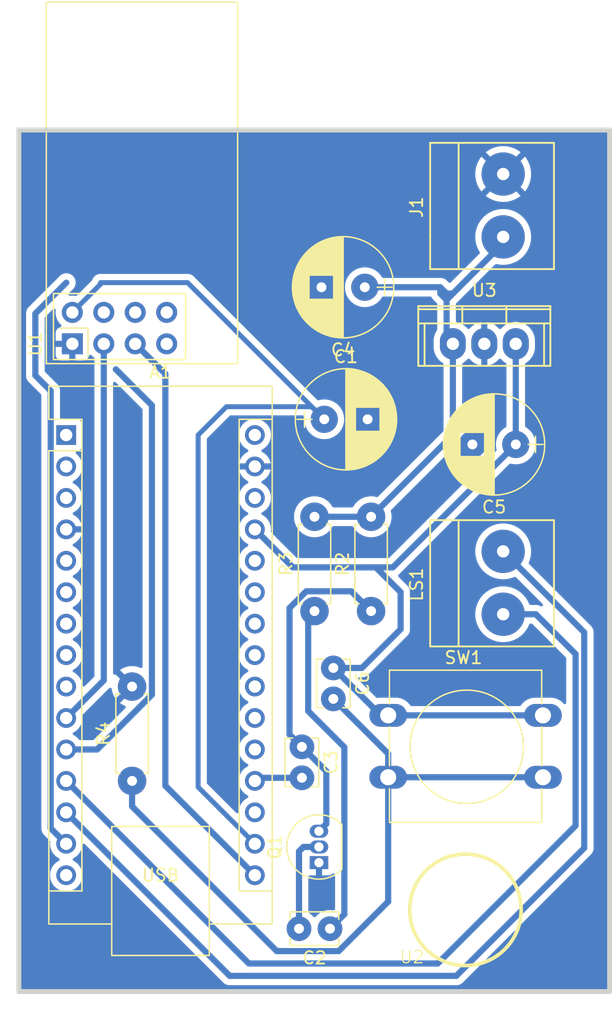
<source format=kicad_pcb>
(kicad_pcb (version 20221018) (generator pcbnew)
  (layers (0 "F.Cu" signal) (31 "B.Cu" signal) (34 "B.Paste" user) (35 "F.Paste" user) (36 "B.SilkS" user "B.Silkscreen") (37 "F.SilkS" user "F.Silkscreen") (38 "B.Mask" user) (39 "F.Mask" user) (44 "Edge.Cuts" user))
  (net 0 "")
  (net 4 "GND")
  (net 5 "/IRQ")
  (net 6 "/D3")
  (net 10 "/CE")
  (net 11 "/CSN")
  (net 12 "Net-(A1-D9)")
  (net 13 "Net-(A1-D10)")
  (net 14 "/MOSI")
  (net 15 "/MISO")
  (net 16 "/SCK")
  (net 17 "+3V3")
  (net 19 "/A0")
  (net 27 "+5V")
  (net 30 "Net-(U2-Pin_1)")
  (net 31 "Net-(Q1-B)")
  (net 32 "Net-(Q1-C)")
  (net 33 "+9V")
  (footprint "modFilesUpdated:Connector_Bornier_2" (layer "F.Cu") (at 240.284 51.308 90)
    (fp_text reference "J1" (at 2.4 -7 90) (layer "F.SilkS"))
    (fp_text value "Conn_01x02")
    (pad "1" thru_hole circle (at 0 0 90) (size 3.5 3.5) (drill 1) (layers "*.Cu" "*.Mask") (net 33 "+9V"))
    (pad "2" thru_hole circle (at 5.08 0 90) (size 3.5 3.5) (drill 1) (layers "*.Cu" "*.Mask") (net 4 "GND"))
  )
  (footprint "modFilesUpdated:Voltage_Regulators" (layer "F.Cu") (at 238.76 59.944)
    (fp_text reference "U3" (at 0 -4.318) (layer "F.SilkS"))
    (fp_text value "L7805")
    (pad "1" thru_hole oval (at -2.54 0) (size 2.1 2.54) (drill 1) (layers "*.Cu" "*.Mask") (net 33 "+9V"))
    (pad "2" thru_hole oval (at 0 0) (size 2.1 2.54) (drill 1) (layers "*.Cu" "*.Mask") (net 4 "GND"))
    (pad "3" thru_hole oval (at 2.54 0) (size 2.1 2.54) (drill 1) (layers "*.Cu" "*.Mask") (net 27 "+5V"))
  )
  (footprint "modFilesUpdated:mic" (layer "F.Cu") (at 232.918 109.982)
    (fp_text reference "U2" (at 0 -0.5 unlocked) (layer "F.SilkS") (effects (font (thickness 0.1))))
    (fp_text value "MicroPhone")
  )
  (footprint "modFilesUpdated:Resistor_small" (layer "F.Cu") (at 229.616 81.534 90)
    (fp_text reference "R2" (at 3.81 -2.31 90) (layer "F.SilkS"))
    (fp_text value "10K")
    (pad "1" thru_hole circle (at 0 0 90) (size 2.3 2.3) (drill 0.8) (layers "*.Cu" "*.Mask") (net 32 "Net-(Q1-C)"))
    (pad "2" thru_hole circle (at 7.62 0 90) (size 2.3 2.3) (drill 0.8) (layers "*.Cu" "*.Mask") (net 33 "+9V"))
  )
  (footprint "modFilesUpdated:Capacitor_Disc_Small" (layer "F.Cu") (at 226.294 107.188 180)
    (fp_text reference "C2" (at 1.25 -2.36) (layer "F.SilkS"))
    (fp_text value "0.1u(104)")
    (pad "1" thru_hole circle (at 0 0 180) (size 2 2) (drill 0.8) (layers "*.Cu" "*.Mask") (net 30 "Net-(U2-Pin_1)"))
    (pad "2" thru_hole circle (at 2.5 0 180) (size 2 2) (drill 0.8) (layers "*.Cu" "*.Mask") (net 31 "Net-(Q1-B)"))
  )
  (footprint "RF_Module:nRF24L01_Breakout" (layer "F.Cu") (at 205.486 59.944 90)
    (fp_text reference "U1" (at 0 -3 90) (layer "F.SilkS"))
    (fp_text value "NRF24L01_Breakout")
    (pad "1" thru_hole rect (at 0 0 90) (size 1.7 1.7) (drill 1) (layers "*.Cu" "*.Mask") (net 4 "GND"))
    (pad "2" thru_hole circle (at 2.54 0 90) (size 1.7 1.7) (drill 1) (layers "*.Cu" "*.Mask") (net 17 "+3V3"))
    (pad "3" thru_hole circle (at 0 2.54 90) (size 1.7 1.7) (drill 1) (layers "*.Cu" "*.Mask") (net 10 "/CE"))
    (pad "4" thru_hole circle (at 2.54 2.54 90) (size 1.7 1.7) (drill 1) (layers "*.Cu" "*.Mask") (net 11 "/CSN"))
    (pad "5" thru_hole circle (at 0 5.08 90) (size 1.7 1.7) (drill 1) (layers "*.Cu" "*.Mask") (net 16 "/SCK"))
    (pad "6" thru_hole circle (at 2.54 5.08 90) (size 1.7 1.7) (drill 1) (layers "*.Cu" "*.Mask") (net 14 "/MOSI"))
    (pad "7" thru_hole circle (at 0 7.62 90) (size 1.7 1.7) (drill 1) (layers "*.Cu" "*.Mask") (net 15 "/MISO"))
    (pad "8" thru_hole circle (at 2.54 7.62 90) (size 1.7 1.7) (drill 1) (layers "*.Cu" "*.Mask") (net 5 "/IRQ"))
  )
  (footprint "modFilesUpdated:Capacitor_100uF" (layer "F.Cu") (at 241.3 68.072 180)
    (fp_text reference "C5" (at 1.75 -5.06) (layer "F.SilkS"))
    (fp_text value "100uF")
    (pad "1" thru_hole circle (at 0 0 180) (size 2.2 2.2) (drill 0.8) (layers "*.Cu" "*.Mask") (net 27 "+5V"))
    (pad "2" thru_hole circle (at 3.5 0 180) (size 2.2 2.2) (drill 0.8) (layers "*.Cu" "*.Mask") (net 4 "GND"))
  )
  (footprint "modFilesUpdated:Capacitor_100uF" (layer "F.Cu") (at 229.108 55.372 180)
    (fp_text reference "C4" (at 1.75 -5.06) (layer "F.SilkS"))
    (fp_text value "100uF")
    (pad "1" thru_hole circle (at 0 0 180) (size 2.2 2.2) (drill 0.8) (layers "*.Cu" "*.Mask") (net 33 "+9V"))
    (pad "2" thru_hole circle (at 3.5 0 180) (size 2.2 2.2) (drill 0.8) (layers "*.Cu" "*.Mask") (net 4 "GND"))
  )
  (footprint "Package_TO_SOT_THT:TO-92_Inline" (layer "F.Cu") (at 225.404 101.854 90)
    (fp_text reference "Q1" (at 1.27 -3.56 90) (layer "F.SilkS"))
    (fp_text value "2N3904")
    (pad "1" thru_hole rect (at 0 0 90) (size 1.05 1.5) (drill 0.75) (layers "*.Cu" "*.Mask") (net 4 "GND"))
    (pad "2" thru_hole oval (at 1.27 0 90) (size 1.05 1.5) (drill 0.75) (layers "*.Cu" "*.Mask") (net 31 "Net-(Q1-B)"))
    (pad "3" thru_hole oval (at 2.54 0 90) (size 1.05 1.5) (drill 0.75) (layers "*.Cu" "*.Mask") (net 32 "Net-(Q1-C)"))
  )
  (footprint "modFilesUpdated:Resistor_small" (layer "F.Cu") (at 225.044 81.534 90)
    (fp_text reference "R3" (at 3.81 -2.31 90) (layer "F.SilkS"))
    (fp_text value "10K")
    (pad "1" thru_hole circle (at 0 0 90) (size 2.3 2.3) (drill 0.8) (layers "*.Cu" "*.Mask") (net 30 "Net-(U2-Pin_1)"))
    (pad "2" thru_hole circle (at 7.62 0 90) (size 2.3 2.3) (drill 0.8) (layers "*.Cu" "*.Mask") (net 33 "+9V"))
  )
  (footprint "modFilesUpdated:Capacitor_Disc_Small" (layer "F.Cu") (at 226.568 86.126 -90)
    (fp_text reference "C6" (at 1.25 -2.36 90) (layer "F.SilkS"))
    (fp_text value "100nF")
    (pad "1" thru_hole circle (at 0 0 270) (size 2 2) (drill 0.8) (layers "*.Cu" "*.Mask") (net 27 "+5V"))
    (pad "2" thru_hole circle (at 2.5 0 270) (size 2 2) (drill 0.8) (layers "*.Cu" "*.Mask") (net 6 "/D3"))
  )
  (footprint "modFilesUpdated:Capacitor_100uF" (layer "F.Cu") (at 225.834 66.04)
    (fp_text reference "C1" (at 1.75 -5.06) (layer "F.SilkS"))
    (fp_text value "100uF")
    (pad "1" thru_hole circle (at 0 0) (size 2.2 2.2) (drill 0.8) (layers "*.Cu" "*.Mask") (net 17 "+3V3"))
    (pad "2" thru_hole circle (at 3.5 0) (size 2.2 2.2) (drill 0.8) (layers "*.Cu" "*.Mask") (net 4 "GND"))
  )
  (footprint "Button_Switch_THT:SW_PUSH-12mm" (layer "F.Cu") (at 230.996 89.956)
    (fp_text reference "SW1" (at 6.08 -4.66) (layer "F.SilkS"))
    (fp_text value "SW_Push_Dual")
    (pad "1" thru_hole oval (at 0 0) (size 3.048 1.85) (drill 1.3) (layers "*.Cu" "*.Mask") (net 27 "+5V"))
    (pad "1" thru_hole oval (at 12.5 0) (size 3.048 1.85) (drill 1.3) (layers "*.Cu" "*.Mask") (net 27 "+5V"))
    (pad "2" thru_hole oval (at 0 5) (size 3.048 1.85) (drill 1.3) (layers "*.Cu" "*.Mask") (net 6 "/D3"))
    (pad "2" thru_hole oval (at 12.5 5) (size 3.048 1.85) (drill 1.3) (layers "*.Cu" "*.Mask") (net 6 "/D3"))
  )
  (footprint "modFilesUpdated:Connector_Bornier_2" (layer "F.Cu") (at 240.284 81.788 90)
    (fp_text reference "LS1" (at 2.4 -7 90) (layer "F.SilkS"))
    (fp_text value "Speaker")
    (pad "1" thru_hole circle (at 0 0 90) (size 3.5 3.5) (drill 1) (layers "*.Cu" "*.Mask") (net 12 "Net-(A1-D9)"))
    (pad "2" thru_hole circle (at 5.08 0 90) (size 3.5 3.5) (drill 1) (layers "*.Cu" "*.Mask") (net 13 "Net-(A1-D10)"))
  )
  (footprint "modFilesUpdated:Capacitor_Disc_Small" (layer "F.Cu") (at 224.028 92.5 -90)
    (fp_text reference "C3" (at 1.25 -2.36 90) (layer "F.SilkS"))
    (fp_text value "0.1u(104)")
    (pad "1" thru_hole circle (at 0 0 270) (size 2 2) (drill 0.8) (layers "*.Cu" "*.Mask") (net 32 "Net-(Q1-C)"))
    (pad "2" thru_hole circle (at 2.5 0 270) (size 2 2) (drill 0.8) (layers "*.Cu" "*.Mask") (net 19 "/A0"))
  )
  (footprint "Module:Arduino_Nano" (layer "F.Cu") (at 204.988 67.31)
    (fp_text reference "A1" (at 7.62 -5.08) (layer "F.SilkS"))
    (fp_text value "Arduino_Nano_Every")
    (fp_text user "USB" (at 7.62 35.56 unlocked) (layer "F.SilkS"))
    (pad "1" thru_hole rect (at 0 0) (size 1.6 1.6) (drill 1) (layers "*.Cu" "*.Mask"))
    (pad "2" thru_hole oval (at 0 2.54) (size 1.6 1.6) (drill 1) (layers "*.Cu" "*.Mask"))
    (pad "3" thru_hole oval (at 0 5.08) (size 1.6 1.6) (drill 1) (layers "*.Cu" "*.Mask"))
    (pad "4" thru_hole oval (at 0 7.62) (size 1.6 1.6) (drill 1) (layers "*.Cu" "*.Mask") (net 4 "GND"))
    (pad "5" thru_hole oval (at 0 10.16) (size 1.6 1.6) (drill 1) (layers "*.Cu" "*.Mask") (net 5 "/IRQ"))
    (pad "6" thru_hole oval (at 0 12.7) (size 1.6 1.6) (drill 1) (layers "*.Cu" "*.Mask") (net 6 "/D3"))
    (pad "7" thru_hole oval (at 0 15.24) (size 1.6 1.6) (drill 1) (layers "*.Cu" "*.Mask"))
    (pad "8" thru_hole oval (at 0 17.78) (size 1.6 1.6) (drill 1) (layers "*.Cu" "*.Mask"))
    (pad "9" thru_hole oval (at 0 20.32) (size 1.6 1.6) (drill 1) (layers "*.Cu" "*.Mask"))
    (pad "10" thru_hole oval (at 0 22.86) (size 1.6 1.6) (drill 1) (layers "*.Cu" "*.Mask") (net 10 "/CE"))
    (pad "11" thru_hole oval (at 0 25.4) (size 1.6 1.6) (drill 1) (layers "*.Cu" "*.Mask") (net 11 "/CSN"))
    (pad "12" thru_hole oval (at 0 27.94) (size 1.6 1.6) (drill 1) (layers "*.Cu" "*.Mask") (net 12 "Net-(A1-D9)"))
    (pad "13" thru_hole oval (at 0 30.48) (size 1.6 1.6) (drill 1) (layers "*.Cu" "*.Mask") (net 13 "Net-(A1-D10)"))
    (pad "14" thru_hole oval (at 0 33.02) (size 1.6 1.6) (drill 1) (layers "*.Cu" "*.Mask") (net 14 "/MOSI"))
    (pad "15" thru_hole oval (at 0 35.56) (size 1.6 1.6) (drill 1) (layers "*.Cu" "*.Mask") (net 15 "/MISO"))
    (pad "16" thru_hole oval (at 15.24 35.56) (size 1.6 1.6) (drill 1) (layers "*.Cu" "*.Mask") (net 16 "/SCK"))
    (pad "17" thru_hole oval (at 15.24 33.02) (size 1.6 1.6) (drill 1) (layers "*.Cu" "*.Mask") (net 17 "+3V3"))
    (pad "18" thru_hole oval (at 15.24 30.48) (size 1.6 1.6) (drill 1) (layers "*.Cu" "*.Mask"))
    (pad "19" thru_hole oval (at 15.24 27.94) (size 1.6 1.6) (drill 1) (layers "*.Cu" "*.Mask") (net 19 "/A0"))
    (pad "20" thru_hole oval (at 15.24 25.4) (size 1.6 1.6) (drill 1) (layers "*.Cu" "*.Mask"))
    (pad "21" thru_hole oval (at 15.24 22.86) (size 1.6 1.6) (drill 1) (layers "*.Cu" "*.Mask"))
    (pad "22" thru_hole oval (at 15.24 20.32) (size 1.6 1.6) (drill 1) (layers "*.Cu" "*.Mask"))
    (pad "23" thru_hole oval (at 15.24 17.78) (size 1.6 1.6) (drill 1) (layers "*.Cu" "*.Mask"))
    (pad "24" thru_hole oval (at 15.24 15.24) (size 1.6 1.6) (drill 1) (layers "*.Cu" "*.Mask"))
    (pad "25" thru_hole oval (at 15.24 12.7) (size 1.6 1.6) (drill 1) (layers "*.Cu" "*.Mask"))
    (pad "26" thru_hole oval (at 15.24 10.16) (size 1.6 1.6) (drill 1) (layers "*.Cu" "*.Mask"))
    (pad "27" thru_hole oval (at 15.24 7.62) (size 1.6 1.6) (drill 1) (layers "*.Cu" "*.Mask") (net 27 "+5V"))
    (pad "28" thru_hole oval (at 15.24 5.08) (size 1.6 1.6) (drill 1) (layers "*.Cu" "*.Mask"))
    (pad "29" thru_hole oval (at 15.24 2.54) (size 1.6 1.6) (drill 1) (layers "*.Cu" "*.Mask") (net 4 "GND"))
    (pad "30" thru_hole oval (at 15.24 0) (size 1.6 1.6) (drill 1) (layers "*.Cu" "*.Mask"))
  )
  (footprint "modFilesUpdated:Resistor_small" (layer "F.Cu") (at 210.312 95.25 90)
    (fp_text reference "R4" (at 3.81 -2.31 90) (layer "F.SilkS"))
    (fp_text value "10K")
    (pad "1" thru_hole circle (at 0 0 90) (size 2.3 2.3) (drill 0.8) (layers "*.Cu" "*.Mask") (net 6 "/D3"))
    (pad "2" thru_hole circle (at 7.62 0 90) (size 2.3 2.3) (drill 0.8) (layers "*.Cu" "*.Mask") (net 4 "GND"))
  )
  (gr_rect (start 201.168 42.672) (end 248.88 112.268) (stroke (width 0.4)) (fill none) (layer "Edge.Cuts"))
  (segment (start 227 109) (end 222 109) (width 0.5) (layer "B.Cu") (net 6))
  (segment (start 222 109) (end 210.312 97.312) (width 0.5) (layer "B.Cu") (net 6))
  (segment (start 210.312 97.312) (end 210.312 95.25) (width 0.5) (layer "B.Cu") (net 6))
  (segment (start 230.996 93.054) (end 226.568 88.626) (width 0.5) (layer "B.Cu") (net 6))
  (segment (start 230.996 94.956) (end 230.996 93.054) (width 0.5) (layer "B.Cu") (net 6))
  (segment (start 243.496 94.956) (end 230.996 94.956) (width 0.5) (layer "B.Cu") (net 6))
  (segment (start 230.996 105.004) (end 227 109) (width 0.5) (layer "B.Cu") (net 6))
  (segment (start 230.996 94.956) (end 230.996 105.004) (width 0.5) (layer "B.Cu") (net 6))
  (segment (start 208.026 87.132) (end 204.988 90.17) (width 0.5) (layer "B.Cu") (net 10))
  (segment (start 208.026 59.944) (end 208.026 87.132) (width 0.5) (layer "B.Cu") (net 10))
  (segment (start 211.912 64.912) (end 209 62) (width 0.5) (layer "B.Cu") (net 11))
  (segment (start 204.988 92.71) (end 207.494742 92.71) (width 0.5) (layer "B.Cu") (net 11))
  (segment (start 211.912 88.292742) (end 211.912 64.912) (width 0.5) (layer "B.Cu") (net 11))
  (segment (start 207.494742 92.71) (end 211.912 88.292742) (width 0.5) (layer "B.Cu") (net 11))
  (segment (start 242.918 81.788) (end 240.284 81.788) (width 0.5) (layer "B.Cu") (net 12))
  (segment (start 219.738 110) (end 235 110) (width 0.5) (layer "B.Cu") (net 12))
  (segment (start 246.13 98.87) (end 246.13 85) (width 0.5) (layer "B.Cu") (net 12))
  (segment (start 204.988 95.25) (end 219.738 110) (width 0.5) (layer "B.Cu") (net 12))
  (segment (start 246.13 85) (end 242.918 81.788) (width 0.5) (layer "B.Cu") (net 12))
  (segment (start 235 110) (end 246.13 98.87) (width 0.5) (layer "B.Cu") (net 12))
  (segment (start 246.83 100.67) (end 246.83 83.254) (width 0.5) (layer "B.Cu") (net 13))
  (segment (start 236.5 111) (end 246.83 100.67) (width 0.5) (layer "B.Cu") (net 13))
  (segment (start 218.198 111) (end 236.5 111) (width 0.5) (layer "B.Cu") (net 13))
  (segment (start 246.83 83.254) (end 240.284 76.708) (width 0.5) (layer "B.Cu") (net 13))
  (segment (start 204.988 97.79) (end 218.198 111) (width 0.5) (layer "B.Cu") (net 13))
  (segment (start 204.988 100.33) (end 203.738 99.08) (width 0.5) (layer "B.Cu") (net 14))
  (segment (start 203.738 99.08) (end 203.738 63.738) (width 0.5) (layer "B.Cu") (net 14))
  (segment (start 203.738 63.738) (end 202.5 62.5) (width 0.5) (layer "B.Cu") (net 14))
  (segment (start 202.5 57.5) (end 205 55) (width 0.5) (layer "B.Cu") (net 14))
  (segment (start 202.5 62.5) (end 202.5 57.5) (width 0.5) (layer "B.Cu") (net 14))
  (segment (start 213 95.642) (end 213 62.378) (width 0.5) (layer "B.Cu") (net 16))
  (segment (start 220.228 102.87) (end 213 95.642) (width 0.5) (layer "B.Cu") (net 16))
  (segment (start 213 62.378) (end 210.566 59.944) (width 0.5) (layer "B.Cu") (net 16))
  (segment (start 215.646 95.748) (end 220.228 100.33) (width 0.4) (layer "B.Cu") (net 17))
  (segment (start 214.794 55) (end 225.834 66.04) (width 0.4) (layer "B.Cu") (net 17))
  (segment (start 207.769239 55.120761) (end 207.769239 55) (width 0.4) (layer "B.Cu") (net 17))
  (segment (start 215.646 67.31) (end 215.646 95.748) (width 0.4) (layer "B.Cu") (net 17))
  (segment (start 207.769239 55) (end 214.794 55) (width 0.4) (layer "B.Cu") (net 17))
  (segment (start 224.818 65.024) (end 217.932 65.024) (width 0.4) (layer "B.Cu") (net 17))
  (segment (start 217.932 65.024) (end 215.646 67.31) (width 0.4) (layer "B.Cu") (net 17))
  (segment (start 225.834 66.04) (end 224.818 65.024) (width 0.4) (layer "B.Cu") (net 17))
  (segment (start 205.486 57.404) (end 207.769239 55.120761) (width 0.4) (layer "B.Cu") (net 17))
  (segment (start 220.492 95.25) (end 220.228 95.25) (width 0.5) (layer "B.Cu") (net 19))
  (segment (start 224.028 95) (end 220.478 95) (width 0.5) (layer "B.Cu") (net 19))
  (segment (start 220.478 95) (end 220.228 95.25) (width 0.5) (layer "B.Cu") (net 19))
  (segment (start 241.3 68.072) (end 241.3 59.944) (width 0.5) (layer "B.Cu") (net 27))
  (segment (start 243.496 89.956) (end 230.996 89.956) (width 0.5) (layer "B.Cu") (net 27))
  (segment (start 232 83) (end 228.874 86.126) (width 0.5) (layer "B.Cu") (net 27))
  (segment (start 232 80) (end 232 83) (width 0.5) (layer "B.Cu") (net 27))
  (segment (start 231.372 78) (end 230 78) (width 0.5) (layer "B.Cu") (net 27))
  (segment (start 223.298 78) (end 230 78) (width 0.5) (layer "B.Cu") (net 27))
  (segment (start 241.3 68.072) (end 231.372 78) (width 0.5) (layer "B.Cu") (net 27))
  (segment (start 220.228 74.93) (end 223.298 78) (width 0.5) (layer "B.Cu") (net 27))
  (segment (start 230.996 89.956) (end 230.398 89.956) (width 0.5) (layer "B.Cu") (net 27))
  (segment (start 230 78) (end 232 80) (width 0.5) (layer "B.Cu") (net 27))
  (segment (start 220.702742 74.93) (end 220.228 74.93) (width 0.5) (layer "B.Cu") (net 27))
  (segment (start 230.398 89.956) (end 226.568 86.126) (width 0.5) (layer "B.Cu") (net 27))
  (segment (start 228.874 86.126) (end 226.568 86.126) (width 0.5) (layer "B.Cu") (net 27))
  (segment (start 224.536 82.042) (end 224.536 89.612) (width 0.5) (layer "B.Cu") (net 30))
  (segment (start 227.457 92.533) (end 227.457 106.025) (width 0.5) (layer "B.Cu") (net 30))
  (segment (start 225.044 81.534) (end 224.536 82.042) (width 0.5) (layer "B.Cu") (net 30))
  (segment (start 224.536 89.612) (end 227.457 92.533) (width 0.5) (layer "B.Cu") (net 30))
  (segment (start 227.457 106.025) (end 226.294 107.188) (width 0.5) (layer "B.Cu") (net 30))
  (segment (start 223.794 100.944) (end 224.154 100.584) (width 0.5) (layer "B.Cu") (net 31))
  (segment (start 223.794 107.188) (end 223.794 100.944) (width 0.5) (layer "B.Cu") (net 31))
  (segment (start 224.154 100.584) (end 225.404 100.584) (width 0.5) (layer "B.Cu") (net 31))
  (segment (start 226 98.718) (end 225.404 99.314) (width 0.5) (layer "B.Cu") (net 32))
  (segment (start 226 94.472) (end 226 98.718) (width 0.5) (layer "B.Cu") (net 32))
  (segment (start 228.016 79.934) (end 229.616 81.534) (width 0.5) (layer "B.Cu") (net 32))
  (segment (start 223.028 81.287258) (end 224.381258 79.934) (width 0.5) (layer "B.Cu") (net 32))
  (segment (start 223.028 91.5) (end 223.028 81.287258) (width 0.5) (layer "B.Cu") (net 32))
  (segment (start 224.381258 79.934) (end 228.016 79.934) (width 0.5) (layer "B.Cu") (net 32))
  (segment (start 224.028 92.5) (end 226 94.472) (width 0.5) (layer "B.Cu") (net 32))
  (segment (start 224.028 92.5) (end 223.028 91.5) (width 0.5) (layer "B.Cu") (net 32))
  (segment (start 229.616 73.914) (end 225.044 73.914) (width 0.5) (layer "B.Cu") (net 33))
  (segment (start 236.22 55.88) (end 235.712 55.88) (width 0.5) (layer "B.Cu") (net 33))
  (segment (start 235.712 56.388) (end 235.204 55.88) (width 0.5) (layer "B.Cu") (net 33))
  (segment (start 235.204 55.372) (end 235.712 55.88) (width 0.5) (layer "B.Cu") (net 33))
  (segment (start 240.284 51.308) (end 240.284 51.816) (width 0.5) (layer "B.Cu") (net 33))
  (segment (start 229.108 55.372) (end 235.204 55.372) (width 0.5) (layer "B.Cu") (net 33))
  (segment (start 236.22 55.88) (end 235.712 56.388) (width 0.5) (layer "B.Cu") (net 33))
  (segment (start 240.284 51.816) (end 236.22 55.88) (width 0.5) (layer "B.Cu") (net 33))
  (segment (start 235.712 56.388) (end 235.712 59.436) (width 0.5) (layer "B.Cu") (net 33))
  (segment (start 235.204 55.88) (end 235.204 55.372) (width 0.5) (layer "B.Cu") (net 33))
  (segment (start 235.712 59.436) (end 236.22 59.944) (width 0.5) (layer "B.Cu") (net 33))
  (segment (start 236.22 67.31) (end 229.616 73.914) (width 0.5) (layer "B.Cu") (net 33))
  (segment (start 236.22 59.944) (end 236.22 67.31) (width 0.5) (layer "B.Cu") (net 33))
  (zone (net 4) (net_name "GND") (layer "B.Cu") (connect_pads (clearance 0.5)) (min_thickness 0.25) (fill yes (thermal_gap 0.5) (thermal_bridge_width 0.5))
    (polygon (pts (xy 199.644 41.148) (xy 248.92 41.148) (xy 248.92 114.808) (xy 199.644 114.808)))
  )
)
</source>
